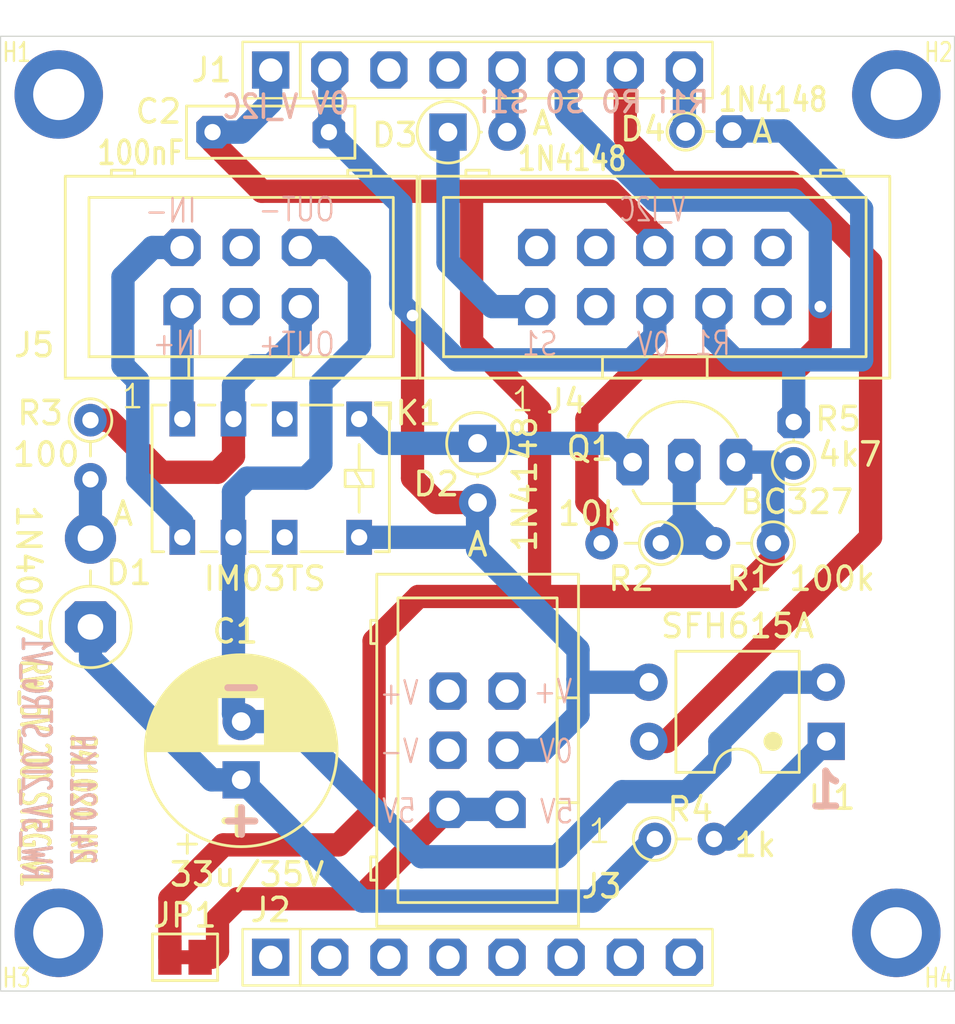
<source format=kicad_pcb>
(kicad_pcb (version 20240108) (generator "pcbnew") (generator_version "8.0")
  (layers (0 "F.Cu" signal) (31 "B.Cu" signal) (34 "B.Paste" user) (35 "F.Paste" user) (36 "B.SilkS" user "B.Silkscreen") (37 "F.SilkS" user "F.Silkscreen") (38 "B.Mask" user) (39 "F.Mask" user) (44 "Edge.Cuts" user))
  (net 0 "")
  (net 1 "/OUT-")
  (net 2 "Net-(D1-A)")
  (net 3 "/REL+")
  (net 4 "/S1")
  (net 5 "/S1i")
  (net 6 "/R1")
  (net 7 "/0V")
  (net 8 "/R1i")
  (net 9 "/S0")
  (net 12 "/R0")
  (net 17 "/V_I2C")
  (net 20 "/5V")
  (net 30 "/OUT+")
  (net 33 "/IN+")
  (net 34 "/IN-")
  (net 36 "/Q1B")
  (net 37 "Net-(R4-Pad2)")
  (net 38 "Net-(D1-K)")
  (footprint "_kh_library:MountingHole_2.2mm_M2_Pad_TopBottom_kh" (layer "F.Cu") (at 70.07 26.45)
    (property "Reference" "H2" (at 1.812 -1.812 0) (layer "F.SilkS") (effects (font (size 0.8 0.6) (thickness 0.1) (bold yes))))
    (property "Value" "MountingHole" (hide yes))
    (pad "1" thru_hole circle (at 0 0) (size 2.6 2.6) (drill 2.2) (layers "*.Cu" "*.Mask"))
    (pad "1" connect circle (at 0 0) (size 3.8 3.8) (layers "F.Cu" "F.Mask"))
    (pad "1" connect circle (at 0 0) (size 3.8 3.8) (layers "B.Cu" "B.Mask"))
  )
  (footprint "Resistor_THT:R_Axial_DIN0204_L3.6mm_D1.6mm_P2.54mm_Vertical" (layer "F.Cu") (at 59.69 58.42)
    (property "Reference" "R4" (at 1.524 -1.27 0) (layer "F.SilkS"))
    (property "Value" "1k")
    (pad "1" thru_hole circle (at 0 0) (size 1.4 1.4) (drill 0.7) (layers "*.Cu" "*.Mask") (net 38 "Net-(D1-K)"))
    (pad "2" thru_hole oval (at 2.54 0) (size 1.4 1.4) (drill 0.7) (layers "*.Cu" "*.Mask") (net 37 "Net-(R4-Pad2)"))
  )
  (footprint "_kh_library:Box_02x03_P2.54mm_Vertical_kh" (layer "F.Cu") (at 39.37 35.56)
    (property "Reference" "J5" (at -6.35 1.651 0) (layer "F.SilkS"))
    (property "Value" "Box_02x03_P2.54_Vertical" (hide yes))
    (fp_text user "1" (at -2.667 4.445 0) (layer "F.SilkS") (effects (font (thickness 0.1)) (justify left bottom)))
    (pad "1" thru_hole roundrect (at 0 0) (size 1.6 1.6) (drill 1) (layers "*.Cu" "*.Mask") (roundrect_rratio 0) (chamfer_ratio 0.2) (chamfer top_left top_right bottom_right) (net 33 "/IN+"))
    (pad "2" thru_hole roundrect (at 0 -2.54) (size 1.6 1.6) (drill 1) (layers "*.Cu" "*.Mask") (roundrect_rratio 0) (chamfer_ratio 0.2) (chamfer top_left top_right bottom_left bottom_right) (net 34 "/IN-"))
    (pad "3" thru_hole roundrect (at 2.54 0) (size 1.6 1.6) (drill 1) (layers "*.Cu" "*.Mask") (roundrect_rratio 0) (chamfer_ratio 0.2) (chamfer top_left top_right bottom_left bottom_right))
    (pad "4" thru_hole roundrect (at 2.54 -2.54) (size 1.6 1.6) (drill 1) (layers "*.Cu" "*.Mask") (roundrect_rratio 0) (chamfer_ratio 0.2) (chamfer top_left top_right bottom_left bottom_right))
    (pad "5" thru_hole roundrect (at 5.08 0) (size 1.6 1.6) (drill 1) (layers "*.Cu" "*.Mask") (roundrect_rratio 0) (chamfer_ratio 0.2) (chamfer top_left top_right bottom_left bottom_right) (net 30 "/OUT+"))
    (pad "6" thru_hole roundrect (at 5.08 -2.54) (size 1.6 1.6) (drill 1) (layers "*.Cu" "*.Mask") (roundrect_rratio 0) (chamfer_ratio 0.2) (chamfer top_left top_right bottom_left bottom_right) (net 1 "/OUT-"))
  )
  (footprint "_kh_library:R_Axial_P1.778mm_Vertical_kh" (layer "F.Cu") (at 65.659 42.291 90)
    (property "Reference" "R5" (at 1.905 1.905 180) (layer "F.SilkS"))
    (property "Value" "4k7")
    (pad "1" thru_hole circle (at 0 0 90) (size 1.4 1.4) (drill 0.7) (layers "*.Cu" "*.Mask") (net 17 "/V_I2C"))
    (pad "2" thru_hole roundrect (at 1.778 0 90) (size 1.4 1.4) (drill 0.7) (layers "*.Cu" "*.Mask") (roundrect_rratio 0) (chamfer_ratio 0.2) (chamfer top_left top_right bottom_left bottom_right) (net 6 "/R1"))
  )
  (footprint "Resistor_THT:R_Axial_DIN0204_L3.6mm_D1.6mm_P2.54mm_Vertical" (layer "F.Cu") (at 59.944 45.72 180)
    (property "Reference" "R2" (at 1.27 -1.524 0) (layer "F.SilkS"))
    (property "Value" "10k")
    (pad "1" thru_hole circle (at 0 0 180) (size 1.4 1.4) (drill 0.7) (layers "*.Cu" "*.Mask") (net 36 "/Q1B"))
    (pad "2" thru_hole oval (at 2.54 0 180) (size 1.4 1.4) (drill 0.7) (layers "*.Cu" "*.Mask") (net 9 "/S0"))
  )
  (footprint "_kh_library:D_DO-41_SOD81_P3.81mm_Vertical_AnodeUp_kh" (layer "F.Cu") (at 35.433 49.312182 90)
    (property "Reference" "D1" (at 2.322182 1.651 180) (layer "F.SilkS"))
    (property "Value" "1N4007")
    (fp_text user "A" (at 4.862182 1.397 180) (layer "F.SilkS"))
    (pad "1" thru_hole roundrect (at 0 0 90) (size 2.2 2.2) (drill 1.1) (layers "*.Cu" "*.Mask") (roundrect_rratio 0) (chamfer_ratio 0.2) (chamfer top_left top_right bottom_left bottom_right) (net 38 "Net-(D1-K)"))
    (pad "2" thru_hole oval (at 3.81 0 90) (size 2.2 2.2) (drill 1.1) (layers "*.Cu" "*.Mask") (net 2 "Net-(D1-A)"))
  )
  (footprint "Diode_THT:D_DO-35_SOD27_P2.54mm_Vertical_AnodeUp" (layer "F.Cu") (at 52.07 41.430686 -90)
    (property "Reference" "D2" (at 1.749314 1.778 180) (layer "F.SilkS"))
    (property "Value" "1N4148")
    (fp_text user "A" (at 4.34 0 180) (layer "F.SilkS"))
    (pad "1" thru_hole rect (at 0 0 270) (size 1.6 1.6) (drill 0.8) (layers "*.Cu" "*.Mask") (net 3 "/REL+"))
    (pad "2" thru_hole oval (at 2.54 0 270) (size 1.6 1.6) (drill 0.8) (layers "*.Cu" "*.Mask") (net 7 "/0V"))
  )
  (footprint "Resistor_THT:R_Axial_DIN0204_L3.6mm_D1.6mm_P2.54mm_Vertical" (layer "F.Cu") (at 35.433 40.436 -90)
    (property "Reference" "R3" (at -0.304 2.159 180) (layer "F.SilkS"))
    (property "Value" "100")
    (pad "1" thru_hole circle (at 0 0 270) (size 1.4 1.4) (drill 0.7) (layers "*.Cu" "*.Mask") (net 30 "/OUT+"))
    (pad "2" thru_hole oval (at 2.54 0 270) (size 1.4 1.4) (drill 0.7) (layers "*.Cu" "*.Mask") (net 2 "Net-(D1-A)"))
  )
  (footprint "Diode_THT:D_DO-35_SOD27_P2.54mm_Vertical_AnodeUp" (layer "F.Cu") (at 50.8 28.067)
    (property "Reference" "D3" (at -2.286 0.127 0) (layer "F.SilkS"))
    (property "Value" "1N4148")
    (fp_text user "A" (at 4.064 -0.381 0) (layer "F.SilkS"))
    (pad "1" thru_hole rect (at 0 0) (size 1.6 1.6) (drill 0.8) (layers "*.Cu" "*.Mask") (net 4 "/S1"))
    (pad "2" thru_hole oval (at 2.54 0) (size 1.6 1.6) (drill 0.8) (layers "*.Cu" "*.Mask") (net 5 "/S1i"))
  )
  (footprint "_kh_library:C_Rect_L7.0mm_W2.0mm_P5.00mm_kh" (layer "F.Cu") (at 45.68 28.067 180)
    (property "Reference" "C2" (at 7.326 0.889 0) (layer "F.SilkS"))
    (property "Value" "100nF")
    (pad "1" thru_hole roundrect (at 0 0 180) (size 1.4 1.4) (drill 0.7) (layers "*.Cu" "*.Mask") (roundrect_rratio 0) (chamfer_ratio 0.2) (chamfer top_left top_right bottom_left bottom_right) (net 7 "/0V"))
    (pad "2" thru_hole roundrect (at 5 0 180) (size 1.4 1.4) (drill 0.7) (layers "*.Cu" "*.Mask") (roundrect_rratio 0) (chamfer_ratio 0.2) (chamfer top_left top_right bottom_left bottom_right) (net 17 "/V_I2C"))
  )
  (footprint "Jumper:SolderJumper-2_P1.3mm_Bridged_Pad1.0x1.5mm" (layer "F.Cu") (at 39.497 63.5)
    (property "Reference" "JP1" (at 0 -1.8 0) (layer "F.SilkS"))
    (property "Value" "Jumper_2_Bridged" (hide yes))
    (fp_poly (pts (xy -0.25 -0.3) (xy 0.25 -0.3) (xy 0.25 0.3) (xy -0.25 0.3)) (fill solid) (layer "F.Cu"))
    (pad "1" smd rect (at -0.65 0) (size 1 1.5) (layers "F.Cu" "F.Mask") (net 17 "/V_I2C"))
    (pad "2" smd rect (at 0.65 0) (size 1 1.5) (layers "F.Cu" "F.Mask") (net 20 "/5V"))
  )
  (footprint "_kh_library:MountingHole_2.2mm_M2_Pad_TopBottom_kh" (layer "F.Cu") (at 34.07 26.45)
    (property "Reference" "H1" (at -1.812 -1.812 0) (layer "F.SilkS") (effects (font (size 0.8 0.6) (thickness 0.1) (bold yes))))
    (property "Value" "MountingHole" (hide yes))
    (pad "1" thru_hole circle (at 0 0) (size 2.6 2.6) (drill 2.2) (layers "*.Cu" "*.Mask"))
    (pad "1" connect circle (at 0 0) (size 3.8 3.8) (layers "F.Cu" "F.Mask"))
    (pad "1" connect circle (at 0 0) (size 3.8 3.8) (layers "B.Cu" "B.Mask"))
  )
  (footprint "_kh_library:PinSocket_1x08_P2.54mm_Vertical_kh" (layer "F.Cu") (at 43.18 25.4 90)
    (property "Reference" "J1" (at 0 -2.54 180) (layer "F.SilkS"))
    (property "Value" "Conn_01x08_Pin")
    (pad "1" thru_hole rect (at 0 0 90) (size 1.6 1.6) (drill 1) (layers "*.Cu" "*.Mask") (net 17 "/V_I2C"))
    (pad "2" thru_hole roundrect (at 0 2.54 90) (size 1.6 1.6) (drill 1) (layers "*.Cu" "*.Mask") (roundrect_rratio 0) (chamfer_ratio 0.2) (chamfer top_left top_right bottom_left bottom_right) (net 7 "/0V"))
    (pad "3" thru_hole roundrect (at 0 5.08 90) (size 1.6 1.6) (drill 1) (layers "*.Cu" "*.Mask") (roundrect_rratio 0) (chamfer_ratio 0.2) (chamfer top_left top_right bottom_left bottom_right))
    (pad "4" thru_hole roundrect (at 0 7.62 90) (size 1.6 1.6) (drill 1) (layers "*.Cu" "*.Mask") (roundrect_rratio 0) (chamfer_ratio 0.2) (chamfer top_left top_right bottom_left bottom_right))
    (pad "5" thru_hole roundrect (at 0 10.16 90) (size 1.6 1.6) (drill 1) (layers "*.Cu" "*.Mask") (roundrect_rratio 0) (chamfer_ratio 0.2) (chamfer top_left top_right bottom_left bottom_right) (net 5 "/S1i"))
    (pad "6" thru_hole roundrect (at 0 12.7 90) (size 1.6 1.6) (drill 1) (layers "*.Cu" "*.Mask") (roundrect_rratio 0) (chamfer_ratio 0.2) (chamfer top_left top_right bottom_left bottom_right) (net 9 "/S0"))
    (pad "7" thru_hole roundrect (at 0 15.24 90) (size 1.6 1.6) (drill 1) (layers "*.Cu" "*.Mask") (roundrect_rratio 0) (chamfer_ratio 0.2) (chamfer top_left top_right bottom_left bottom_right) (net 12 "/R0"))
    (pad "8" thru_hole roundrect (at 0 17.78 90) (size 1.6 1.6) (drill 1) (layers "*.Cu" "*.Mask") (roundrect_rratio 0) (chamfer_ratio 0.2) (chamfer top_left top_right bottom_left bottom_right) (net 8 "/R1i"))
  )
  (footprint "_kh_library:MountingHole_2.2mm_M2_Pad_TopBottom_kh" (layer "F.Cu") (at 34.07 62.45)
    (property "Reference" "H3" (at -1.812 1.939 0) (layer "F.SilkS") (effects (font (size 0.8 0.6) (thickness 0.1) (bold yes))))
    (property "Value" "MountingHole" (hide yes))
    (pad "1" thru_hole circle (at 0 0) (size 2.6 2.6) (drill 2.2) (layers "*.Cu" "*.Mask"))
    (pad "1" connect circle (at 0 0) (size 3.8 3.8) (layers "F.Cu" "F.Mask"))
    (pad "1" connect circle (at 0 0) (size 3.8 3.8) (layers "B.Cu" "B.Mask"))
  )
  (footprint "_kh_library:TO-92_Inline_Wide_2.2225" (layer "F.Cu") (at 58.7345 42.2385)
    (property "Reference" "Q1" (at -1.8385 -0.5825 0) (layer "F.SilkS"))
    (property "Value" "BC327")
    (pad "1" thru_hole roundrect (at 0 0) (size 1.4 2) (drill 0.8) (layers "*.Cu" "*.Mask") (roundrect_rratio 0) (chamfer_ratio 0.2) (chamfer top_left top_right bottom_left bottom_right) (net 3 "/REL+"))
    (pad "2" thru_hole roundrect (at 2.2225 0) (size 1.4 2) (drill 0.8) (layers "*.Cu" "*.Mask") (roundrect_rratio 0) (chamfer_ratio 0.2) (chamfer top_left top_right bottom_left bottom_right) (net 36 "/Q1B"))
    (pad "3" thru_hole roundrect (at 4.445 0) (size 1.4 2) (drill 0.8) (layers "*.Cu" "*.Mask") (roundrect_rratio 0) (chamfer_ratio 0.2) (chamfer top_left top_right bottom_left bottom_right) (net 17 "/V_I2C"))
  )
  (footprint "Package_DIP:DIP-4_W7.62mm" (layer "F.Cu") (at 67.056 54.229 180)
    (property "Reference" "U1" (at -0.254 -2.413 0) (layer "F.SilkS"))
    (property "Value" "SFH615A")
    (pad "1" thru_hole rect (at 0 0 180) (size 1.6 1.6) (drill 0.8) (layers "*.Cu" "*.Mask") (net 37 "Net-(R4-Pad2)"))
    (pad "2" thru_hole oval (at 0 2.54 180) (size 1.6 1.6) (drill 0.8) (layers "*.Cu" "*.Mask") (net 1 "/OUT-"))
    (pad "3" thru_hole oval (at 7.62 2.54 180) (size 1.6 1.6) (drill 0.8) (layers "*.Cu" "*.Mask") (net 7 "/0V"))
    (pad "4" thru_hole oval (at 7.62 0 180) (size 1.6 1.6) (drill 0.8) (layers "*.Cu" "*.Mask") (net 12 "/R0"))
  )
  (footprint "_kh_library:Box_02x03_P2.54mm_Vertical_kh" (layer "F.Cu") (at 53.34 57.15 90)
    (property "Reference" "J3" (at -3.302 4.064 180) (layer "F.SilkS"))
    (property "Value" "Box_02x03_P2.54_Vertical" (hide yes))
    (fp_text user "1" (at -1.524 3.429 0) (layer "F.SilkS") (effects (font (thickness 0.1)) (justify left bottom)))
    (pad "1" thru_hole roundrect (at 0 0 90) (size 1.6 1.6) (drill 1) (layers "*.Cu" "*.Mask") (roundrect_rratio 0) (chamfer_ratio 0.2) (chamfer top_left top_right bottom_right) (net 20 "/5V"))
    (pad "2" thru_hole roundrect (at 0 -2.54 90) (size 1.6 1.6) (drill 1) (layers "*.Cu" "*.Mask") (roundrect_rratio 0) (chamfer_ratio 0.2) (chamfer top_left top_right bottom_left bottom_right) (net 20 "/5V"))
    (pad "3" thru_hole roundrect (at 2.54 0 90) (size 1.6 1.6) (drill 1) (layers "*.Cu" "*.Mask") (roundrect_rratio 0) (chamfer_ratio 0.2) (chamfer top_left top_right bottom_left bottom_right) (net 7 "/0V"))
    (pad "4" thru_hole roundrect (at 2.54 -2.54 90) (size 1.6 1.6) (drill 1) (layers "*.Cu" "*.Mask") (roundrect_rratio 0) (chamfer_ratio 0.2) (chamfer top_left top_right bottom_left bottom_right))
    (pad "5" thru_hole roundrect (at 5.08 0 90) (size 1.6 1.6) (drill 1) (layers "*.Cu" "*.Mask") (roundrect_rratio 0) (chamfer_ratio 0.2) (chamfer top_left top_right bottom_left bottom_right))
    (pad "6" thru_hole roundrect (at 5.08 -2.54 90) (size 1.6 1.6) (drill 1) (layers "*.Cu" "*.Mask") (roundrect_rratio 0) (chamfer_ratio 0.2) (chamfer top_left top_right bottom_left bottom_right))
  )
  (footprint "Resistor_THT:R_Axial_DIN0204_L3.6mm_D1.6mm_P2.54mm_Vertical" (layer "F.Cu") (at 64.77 45.72 180)
    (property "Reference" "R1" (at 1.016 -1.524 0) (layer "F.SilkS"))
    (property "Value" "100k")
    (pad "1" thru_hole circle (at 0 0 180) (size 1.4 1.4) (drill 0.7) (layers "*.Cu" "*.Mask") (net 17 "/V_I2C"))
    (pad "2" thru_hole oval (at 2.54 0 180) (size 1.4 1.4) (drill 0.7) (layers "*.Cu" "*.Mask") (net 36 "/Q1B"))
  )
  (footprint "_kh_library:D_DO-35_P2.0mm_Vertical_AnodeUp_kh" (layer "F.Cu") (at 61.0108 28.0416)
    (property "Reference" "D4" (at -1.8288 -0.1016 0) (layer "F.SilkS"))
    (property "Value" "1N4148" (hide yes))
    (fp_text user "A" (at 3.302 0 0) (layer "F.SilkS"))
    (pad "1" thru_hole circle (at 0 0) (size 1.4 1.4) (drill 0.8) (layers "*.Cu" "*.Mask") (net 8 "/R1i"))
    (pad "2" thru_hole roundrect (at 2 0) (size 1.4 1.4) (drill 0.8) (layers "*.Cu" "*.Mask") (roundrect_rratio 0) (chamfer_ratio 0.2) (chamfer top_left top_right bottom_left bottom_right) (net 6 "/R1"))
  )
  (footprint "_kh_library:MountingHole_2.2mm_M2_Pad_TopBottom_kh" (layer "F.Cu") (at 70.07 62.45)
    (property "Reference" "H4" (at 1.812 1.939 0) (layer "F.SilkS") (effects (font (size 0.8 0.6) (thickness 0.1) (bold yes))))
    (property "Value" "MountingHole" (hide yes))
    (pad "1" thru_hole circle (at 0 0) (size 2.6 2.6) (drill 2.2) (layers "*.Cu" "*.Mask"))
    (pad "1" connect circle (at 0 0) (size 3.8 3.8) (layers "F.Cu" "F.Mask"))
    (pad "1" connect circle (at 0 0) (size 3.8 3.8) (layers "B.Cu" "B.Mask"))
  )
  (footprint "Capacitor_THT:CP_Radial_D8.0mm_P2.50mm" (layer "F.Cu") (at 41.91 55.88 90)
    (property "Reference" "C1" (at 6.3754 -0.254 180) (layer "F.SilkS"))
    (property "Value" "33u/35V")
    (pad "1" thru_hole rect (at 0 0 90) (size 1.6 1.6) (drill 0.8) (layers "*.Cu" "*.Mask") (net 38 "Net-(D1-K)"))
    (pad "2" thru_hole circle (at 2.5 0 90) (size 1.6 1.6) (drill 0.8) (layers "*.Cu" "*.Mask") (net 1 "/OUT-"))
  )
  (footprint "_kh_library:PinSocket_1x08_P2.54mm_Vertical_kh" (layer "F.Cu") (at 43.18 63.5 90)
    (property "Reference" "J2" (at 2.032 0 180) (layer "F.SilkS"))
    (property "Value" "Conn_01x08_Pin")
    (pad "1" thru_hole rect (at 0 0 90) (size 1.6 1.6) (drill 1) (layers "*.Cu" "*.Mask"))
    (pad "2" thru_hole roundrect (at 0 2.54 90) (size 1.6 1.6) (drill 1) (layers "*.Cu" "*.Mask") (roundrect_rratio 0) (chamfer_ratio 0.2) (chamfer top_left top_right bottom_left bottom_right))
    (pad "3" thru_hole roundrect (at 0 5.08 90) (size 1.6 1.6) (drill 1) (layers "*.Cu" "*.Mask") (roundrect_rratio 0) (chamfer_ratio 0.2) (chamfer top_left top_right bottom_left bottom_right))
    (pad "4" thru_hole roundrect (at 0 7.62 90) (size 1.6 1.6) (drill 1) (layers "*.Cu" "*.Mask") (roundrect_rratio 0) (chamfer_ratio 0.2) (chamfer top_left top_right bottom_left bottom_right))
    (pad "5" thru_hole roundrect (at 0 10.16 90) (size 1.6 1.6) (drill 1) (layers "*.Cu" "*.Mask") (roundrect_rratio 0) (chamfer_ratio 0.2) (chamfer top_left top_right bottom_left bottom_right))
    (pad "6" thru_hole roundrect (at 0 12.7 90) (size 1.6 1.6) (drill 1) (layers "*.Cu" "*.Mask") (roundrect_rratio 0) (chamfer_ratio 0.2) (chamfer top_left top_right bottom_left bottom_right))
    (pad "7" thru_hole roundrect (at 0 15.24 90) (size 1.6 1.6) (drill 1) (layers "*.Cu" "*.Mask") (roundrect_rratio 0) (chamfer_ratio 0.2) (chamfer top_left top_right bottom_left bottom_right))
    (pad "8" thru_hole roundrect (at 0 17.78 90) (size 1.6 1.6) (drill 1) (layers "*.Cu" "*.Mask") (roundrect_rratio 0) (chamfer_ratio 0.2) (chamfer top_left top_right bottom_left bottom_right))
  )
  (footprint "_kh_library:Box_02x05_P2.54mm_Vertical_kh" (layer "F.Cu") (at 54.61 35.56)
    (property "Reference" "J4" (at 1.27 4.064 0) (layer "F.SilkS"))
    (property "Value" "Box_02x05_P2.54_Vertical" (hide yes))
    (fp_text user "1" (at -1.143 4.572 0) (layer "F.SilkS") (effects (font (thickness 0.1)) (justify left bottom)))
    (pad "1" thru_hole roundrect (at 0 0) (size 1.6 1.6) (drill 1) (layers "*.Cu" "*.Mask") (roundrect_rratio 0) (chamfer_ratio 0.2) (chamfer top_left top_right bottom_right) (net 4 "/S1"))
    (pad "2" thru_hole roundrect (at 0 -2.54) (size 1.6 1.6) (drill 1) (layers "*.Cu" "*.Mask") (roundrect_rratio 0) (chamfer_ratio 0.2) (chamfer top_left top_right bottom_left bottom_right))
    (pad "3" thru_hole roundrect (at 2.54 0) (size 1.6 1.6) (drill 1) (layers "*.Cu" "*.Mask") (roundrect_rratio 0) (chamfer_ratio 0.2) (chamfer top_left top_right bottom_left bottom_right))
    (pad "4" thru_hole roundrect (at 2.54 -2.54) (size 1.6 1.6) (drill 1) (layers "*.Cu" "*.Mask") (roundrect_rratio 0) (chamfer_ratio 0.2) (chamfer top_left top_right bottom_left bottom_right))
    (pad "5" thru_hole roundrect (at 5.08 0) (size 1.6 1.6) (drill 1) (layers "*.Cu" "*.Mask") (roundrect_rratio 0) (chamfer_ratio 0.2) (chamfer top_left top_right bottom_left bottom_right) (net 7 "/0V"))
    (pad "6" thru_hole roundrect (at 5.08 -2.54) (size 1.6 1.6) (drill 1) (layers "*.Cu" "*.Mask") (roundrect_rratio 0) (chamfer_ratio 0.2) (chamfer top_left top_right bottom_left bottom_right) (net 17 "/V_I2C"))
    (pad "7" thru_hole roundrect (at 7.62 0) (size 1.6 1.6) (drill 1) (layers "*.Cu" "*.Mask") (roundrect_rratio 0) (chamfer_ratio 0.2) (chamfer top_left top_right bottom_left bottom_right) (net 6 "/R1"))
    (pad "8" thru_hole roundrect (at 7.62 -2.54) (size 1.6 1.6) (drill 1) (layers "*.Cu" "*.Mask") (roundrect_rratio 0) (chamfer_ratio 0.2) (chamfer top_left top_right bottom_left bottom_right))
    (pad "9" thru_hole roundrect (at 10.16 0) (size 1.6 1.6) (drill 1) (layers "*.Cu" "*.Mask") (roundrect_rratio 0) (chamfer_ratio 0.2) (chamfer top_left top_right bottom_left bottom_right))
    (pad "10" thru_hole roundrect (at 10.16 -2.54) (size 1.6 1.6) (drill 1) (layers "*.Cu" "*.Mask") (roundrect_rratio 0) (chamfer_ratio 0.2) (chamfer top_left top_right bottom_left bottom_right))
  )
  (footprint "_kh_library:Relay_DPDT_AXICOM_IMSeries_Pitch5.08mm_rect_Pins" (layer "F.Cu") (at 46.98 40.386 -90)
    (property "Reference" "K1" (at -0.254 -2.55 180) (layer "F.SilkS"))
    (property "Value" "IM03TS")
    (pad "1" thru_hole rect (at 0 0 270) (size 1.5 1.1) (drill 0.7) (layers "*.Cu" "*.Mask") (net 3 "/REL+"))
    (pad "2" thru_hole rect (at 0 3.2 270) (size 1.5 1.1) (drill 0.7) (layers "*.Cu" "*.Mask"))
    (pad "3" thru_hole rect (at 0 5.4 270) (size 1.5 1.1) (drill 0.7) (layers "*.Cu" "*.Mask") (net 30 "/OUT+"))
    (pad "4" thru_hole rect (at 0 7.6 270) (size 1.5 1.1) (drill 0.7) (layers "*.Cu" "*.Mask") (net 33 "/IN+"))
    (pad "5" thru_hole rect (at 5.08 7.6 270) (size 1.5 1.1) (drill 0.7) (layers "*.Cu" "*.Mask") (net 34 "/IN-"))
    (pad "6" thru_hole rect (at 5.08 5.4 270) (size 1.5 1.1) (drill 0.7) (layers "*.Cu" "*.Mask") (net 1 "/OUT-"))
    (pad "7" thru_hole rect (at 5.08 3.2 270) (size 1.5 1.1) (drill 0.7) (layers "*.Cu" "*.Mask"))
    (pad "8" thru_hole rect (at 5.08 0 270) (size 1.5 1.1) (drill 0.7) (layers "*.Cu" "*.Mask") (net 7 "/0V"))
  )
  (gr_circle (center 64.77 54.229) (end 65.024 54.483) (stroke (width 0.1)) (fill solid) (layer "F.SilkS"))
  (gr_rect (start 31.57 23.95) (end 72.57 64.95) (stroke (width 0.05)) (fill none) (layer "Edge.Cuts"))
  (gr_text "241021 KH" (at 34.544 53.848 -90) (layer "F.Cu") (effects (font (size 1 0.65)) (justify left bottom)))
  (gr_text "RW_5V_2IO_STRG_V1" (at 32.3342 50.6222 270) (layer "F.Cu") (effects (font (size 1.2 0.65)) (justify left bottom)))
  (gr_text "RW_5V_2IO_STRG_V1" (at 32.4 60.3 270) (layer "B.Cu") (effects (font (size 1.2 0.7)) (justify left bottom mirror)))
  (gr_text "241021 KH" (at 34.5 59.6 270) (layer "B.Cu") (effects (font (size 1 0.65)) (justify left bottom mirror)))
  (gr_text "R1" (at 63.0174 37.719 0) (layer "B.SilkS") (effects (font (size 1 0.8) (thickness 0.1)) (justify left bottom mirror)))
  (gr_text "+" (at 43.053 58.42 0) (layer "B.SilkS") (effects (font (size 1.5 1.5) (thickness 0.3) (bold yes)) (justify left bottom mirror)))
  (gr_text "V_I2C" (at 44.45 27.559 0) (layer "B.SilkS") (effects (font (size 1 0.8)) (justify left bottom mirror)))
  (gr_text "OUT-" (at 45.9994 31.9786 0) (layer "B.SilkS") (effects (font (size 1 0.8) (thickness 0.1)) (justify left bottom mirror)))
  (gr_text "V+" (at 49.6062 52.7304 0) (layer "B.SilkS") (effects (font (size 1 0.8) (thickness 0.1)) (justify left bottom mirror)))
  (gr_text "IN-" (at 40.0558 32.0294 0) (layer "B.SilkS") (effects (font (size 1 0.8) (thickness 0.1)) (justify left bottom mirror)))
  (gr_text "1" (at 67.945 57.2008 0) (layer "B.SilkS") (effects (font (size 1.5 1.5) (thickness 0.3) (bold yes)) (justify left bottom mirror)))
  (gr_text "R1i R0 S0 S1i" (at 62.103 27.305 0) (layer "B.SilkS") (effects (font (size 0.9 0.9)) (justify left bottom mirror)))
  (gr_text "241021 KH" (at 34.5 59.6 -90) (layer "B.SilkS") (effects (font (size 1 0.65)) (justify left bottom mirror)))
  (gr_text "0V" (at 56.2356 55.245 0) (layer "B.SilkS") (effects (font (size 1 0.8) (thickness 0.1)) (justify left bottom mirror)))
  (gr_text "IN+" (at 40.386 37.719 0) (layer "B.SilkS") (effects (font (size 1 0.8) (thickness 0.1)) (justify left bottom mirror)))
  (gr_text "V+" (at 56.2102 52.6754 0) (layer "B.SilkS") (effects (font (size 1 0.8) (thickness 0.1)) (justify left bottom mirror)))
  (gr_text "S1" (at 55.5752 37.7444 0) (layer "B.SilkS") (effects (font (size 1 0.8) (thickness 0.1)) (justify left bottom mirror)))
  (gr_text "5V" (at 49.4792 57.8062 0) (layer "B.SilkS") (effects (font (size 1 0.8) (thickness 0.1)) (justify left bottom mirror)))
  (gr_text "0V" (at 60.4266 37.7698 0) (layer "B.SilkS") (effects (font (size 1 0.8) (thickness 0.1)) (justify left bottom mirror)))
  (gr_text "5V" (at 56.261 57.8316 0) (layer "B.SilkS") (effects (font (size 1 0.8) (thickness 0.1)) (justify left bottom mirror)))
  (gr_text "RW_5V_2IO_STRG_V1" (at 32.4 60.3 270) (layer "B.SilkS") (effects (font (size 1.2 0.7)) (justify left bottom mirror)))
  (gr_text "V_I2C" (at 61.0616 31.9786 0) (layer "B.SilkS") (effects (font (size 1 0.7) (thickness 0.1)) (justify left bottom mirror)))
  (gr_text "OUT+" (at 45.9994 37.7698 0) (layer "B.SilkS") (effects (font (size 1 0.8) (thickness 0.1)) (justify left bottom mirror)))
  (gr_text "0V" (at 46.6598 27.3558 0) (layer "B.SilkS") (effects (font (size 0.9 0.9)) (justify left bottom mirror)))
  (gr_text "-" (at 41.91 51.816 0) (layer "B.SilkS") (effects (font (size 1.5 1.5) (thickness 0.3) (bold yes)) (justify mirror)))
  (gr_text "V-" (at 49.6062 55.2408 0) (layer "B.SilkS") (effects (font (size 1 0.8) (thickness 0.1)) (justify left bottom mirror)))
  (gr_text "IM03TS" (at 42.926 47.244 0) (layer "F.SilkS") (effects (font (size 1 1))))
  (gr_text "SFH615A" (at 63.246 49.276 0) (layer "F.SilkS") (effects (font (size 1 1))))
  (gr_text "1N4007" (at 32.766 46.99 -90) (layer "F.SilkS") (effects (font (size 1 1))))
  (gr_text "+" (at 41.783 57.531 0) (layer "F.SilkS") (effects (font (size 1.5 1.5) (thickness 0.3) (bold yes))))
  (gr_text "33u/35V" (at 42.164 59.944 0) (layer "F.SilkS") (effects (font (size 1 1))))
  (gr_text "4k7" (at 68.072 41.91 0) (layer "F.SilkS") (effects (font (size 1 1))))
  (gr_text "BC327" (at 65.786 43.942 0) (layer "F.SilkS") (effects (font (size 1 1))))
  (gr_text "100" (at 33.528 41.91 0) (layer "F.SilkS") (effects (font (size 1 1))))
  (gr_text "1N4148" (at 64.77 26.67 0) (layer "F.SilkS") (effects (font (size 1 0.8))))
  (gr_text "RW_5V_2IO_STRG_V1" (at 32.3342 50.6222 270) (layer "F.SilkS") (effects (font (size 1.2 0.65)) (justify left bottom)))
  (gr_text "100k" (at 67.31 47.244 0) (layer "F.SilkS") (effects (font (size 1 1))))
  (gr_text "1N4148" (at 56.134 29.21 0) (layer "F.SilkS") (effects (font (size 1 0.8))))
  (gr_text "100nF" (at 37.592 28.956 0) (layer "F.SilkS") (effects (font (size 1 0.8))))
  (gr_text "241021 KH" (at 34.544 53.848 -90) (layer "F.SilkS") (effects (font (size 1 0.65)) (justify left bottom)))
  (gr_text "1N4148" (at 54.102 43.18 90) (layer "F.SilkS") (effects (font (size 1 1))))
  (gr_text "10k" (at 56.896 44.45 0) (layer "F.SilkS") (effects (font (size 1 1))))
  (gr_text "1k" (at 64.008 58.674 0) (layer "F.SilkS") (effects (font (size 1 1))))
  (segment (start 45.72 33.02) (end 46.99 34.29) (width 1) (layer "B.Cu") (net 1))
  (segment (start 44.45 33.02) (end 45.72 33.02) (width 1) (layer "B.Cu") (net 1))
  (segment (start 46.99 37.211) (end 45.339 38.862) (width 1) (layer "B.Cu") (net 1))
  (segment (start 45.339 42.291) (end 44.704 42.926) (width 1) (layer "B.Cu") (net 1))
  (segment (start 65.024 51.689) (end 62.484 54.229) (width 1) (layer "B.Cu") (net 1))
  (segment (start 62.484 54.991) (end 61.087 56.388) (width 1) (layer "B.Cu") (net 1))
  (segment (start 45.339 38.862) (end 45.339 42.291) (width 1) (layer "B.Cu") (net 1))
  (segment (start 44.704 42.926) (end 42.164 42.926) (width 1) (layer "B.Cu") (net 1))
  (segment (start 55.499 59.182) (end 49.657 59.182) (width 1) (layer "B.Cu") (net 1))
  (segment (start 41.58 45.466) (end 41.58 53.05) (width 1) (layer "B.Cu") (net 1))
  (segment (start 43.855 53.38) (end 41.91 53.38) (width 1) (layer "B.Cu") (net 1))
  (segment (start 67.056 51.689) (end 65.024 51.689) (width 1) (layer "B.Cu") (net 1))
  (segment (start 61.087 56.388) (end 58.293 56.388) (width 1) (layer "B.Cu") (net 1))
  (segment (start 42.164 42.926) (end 41.58 43.51) (width 1) (layer "B.Cu") (net 1))
  (segment (start 62.484 54.229) (end 62.484 54.991) (width 1) (layer "B.Cu") (net 1))
  (segment (start 58.293 56.388) (end 55.499 59.182) (width 1) (layer "B.Cu") (net 1))
  (segment (start 46.99 34.29) (end 46.99 37.211) (width 1) (layer "B.Cu") (net 1))
  (segment (start 49.657 59.182) (end 43.855 53.38) (width 1) (layer "B.Cu") (net 1))
  (segment (start 41.58 43.51) (end 41.58 45.466) (width 1) (layer "B.Cu") (net 1))
  (segment (start 41.58 53.05) (end 41.91 53.38) (width 1) (layer "B.Cu") (net 1))
  (segment (start 35.433 42.976) (end 35.433 45.502182) (width 1) (layer "B.Cu") (net 2))
  (segment (start 52.07 41.430686) (end 48.024686 41.430686) (width 1) (layer "B.Cu") (net 3))
  (segment (start 52.07 41.430686) (end 57.926686 41.430686) (width 1) (layer "B.Cu") (net 3))
  (segment (start 57.926686 41.430686) (end 58.7345 42.2385) (width 1) (layer "B.Cu") (net 3))
  (segment (start 48.024686 41.430686) (end 46.98 40.386) (width 1) (layer "B.Cu") (net 3))
  (segment (start 50.8 28.067) (end 50.8 33.655) (width 1) (layer "B.Cu") (net 4))
  (segment (start 50.8 33.655) (end 52.705 35.56) (width 1) (layer "B.Cu") (net 4))
  (segment (start 52.705 35.56) (end 54.61 35.56) (width 1) (layer "B.Cu") (net 4))
  (segment (start 53.34 28.067) (end 53.34 25.4) (width 1) (layer "B.Cu") (net 5))
  (segment (start 68.58 37.846) (end 65.786 37.846) (width 1) (layer "B.Cu") (net 6))
  (segment (start 63.0362 28.0162) (end 65.2272 28.0162) (width 1) (layer "B.Cu") (net 6))
  (segment (start 62.23 36.957) (end 63.119 37.846) (width 1) (layer "B.Cu") (net 6))
  (segment (start 65.659 37.973) (end 65.786 37.846) (width 1) (layer "B.Cu") (net 6))
  (segment (start 62.23 35.56) (end 62.23 36.957) (width 1) (layer "B.Cu") (net 6))
  (segment (start 65.659 40.513) (end 65.659 37.973) (width 1) (layer "B.Cu") (net 6))
  (segment (start 65.2272 28.0162) (end 68.58 31.369) (width 1) (layer "B.Cu") (net 6))
  (segment (start 68.58 31.369) (end 68.58 37.846) (width 1) (layer "B.Cu") (net 6))
  (segment (start 63.119 37.846) (end 65.786 37.846) (width 1) (layer "B.Cu") (net 6))
  (segment (start 49.276 42.926) (end 49.276 35.941) (width 1) (layer "F.Cu") (net 7))
  (segment (start 50.320686 43.970686) (end 49.276 42.926) (width 1) (layer "F.Cu") (net 7))
  (segment (start 52.07 43.970686) (end 50.320686 43.970686) (width 1) (layer "F.Cu") (net 7))
  (via (at 49.276 35.941) (size 1) (drill 0.5) (layers "F.Cu" "B.Cu") (net 7))
  (segment (start 52.07 45.974) (end 52.07 45.212) (width 1) (layer "B.Cu") (net 7))
  (segment (start 48.768 35.433) (end 48.768 31.155) (width 1) (layer "B.Cu") (net 7))
  (segment (start 58.674 37.846) (end 51.181 37.846) (width 1) (layer "B.Cu") (net 7))
  (segment (start 56.515 51.689) (end 56.388 51.562) (width 1) (layer "B.Cu") (net 7))
  (segment (start 52.07 45.212) (end 52.07 43.970686) (width 1) (layer "B.Cu") (net 7))
  (segment (start 53.34 54.61) (end 54.864 54.61) (width 1) (layer "B.Cu") (net 7))
  (segment (start 45.72 25.4) (end 45.72 28.027) (width 1) (layer "B.Cu") (net 7))
  (segment (start 56.388 50.292) (end 52.07 45.974) (width 1) (layer "B.Cu") (net 7))
  (segment (start 51.816 45.466) (end 52.07 45.212) (width 1) (layer "B.Cu") (net 7))
  (segment (start 48.768 31.155) (end 45.68 28.067) (width 1) (layer "B.Cu") (net 7))
  (segment (start 59.69 36.83) (end 58.674 37.846) (width 1) (layer "B.Cu") (net 7))
  (segment (start 56.388 53.086) (end 56.388 51.562) (width 1) (layer "B.Cu") (net 7))
  (segment (start 59.436 51.689) (end 56.515 51.689) (width 1) (layer "B.Cu") (net 7))
  (segment (start 54.864 54.61) (end 56.388 53.086) (width 1) (layer "B.Cu") (net 7))
  (segment (start 59.69 35.56) (end 59.69 36.83) (width 1) (layer "B.Cu") (net 7))
  (segment (start 46.98 45.466) (end 51.816 45.466) (width 1) (layer "B.Cu") (net 7))
  (segment (start 51.181 37.846) (end 48.768 35.433) (width 1) (layer "B.Cu") (net 7))
  (segment (start 56.388 51.562) (end 56.388 50.292) (width 1) (layer "B.Cu") (net 7))
  (segment (start 60.96 25.4) (end 60.96 27.94) (width 1) (layer "B.Cu") (net 8))
  (segment (start 65.913 38.1) (end 66.802 37.211) (width 1) (layer "F.Cu") (net 9))
  (segment (start 57.404 44.577) (end 56.769 43.942) (width 1) (layer "F.Cu") (net 9))
  (segment (start 56.769 40.386) (end 59.055 38.1) (width 1) (layer "F.Cu") (net 9))
  (segment (start 59.055 38.1) (end 65.913 38.1) (width 1) (layer "F.Cu") (net 9))
  (segment (start 56.769 43.942) (end 56.769 40.386) (width 1) (layer "F.Cu") (net 9))
  (segment (start 66.802 37.211) (end 66.802 35.56) (width 1) (layer "F.Cu") (net 9))
  (segment (start 57.404 45.72) (end 57.404 44.577) (width 1) (layer "F.Cu") (net 9))
  (via (at 66.802 35.56) (size 1) (drill 0.5) (layers "F.Cu" "B.Cu") (net 9))
  (segment (start 65.659 30.988) (end 66.802 32.131) (width 1) (layer "B.Cu") (net 9))
  (segment (start 66.802 32.131) (end 66.802 35.56) (width 1) (layer "B.Cu") (net 9))
  (segment (start 55.88 27.178) (end 59.69 30.988) (width 1) (layer "B.Cu") (net 9))
  (segment (start 55.88 25.4) (end 55.88 27.178) (width 1) (layer "B.Cu") (net 9))
  (segment (start 59.69 30.988) (end 65.659 30.988) (width 1) (layer "B.Cu") (net 9))
  (segment (start 58.42 28.321) (end 60.325 30.226) (width 1) (layer "F.Cu") (net 12))
  (segment (start 58.42 25.4) (end 58.42 28.321) (width 1) (layer "F.Cu") (net 12))
  (segment (start 60.198 54.229) (end 59.436 54.229) (width 1) (layer "F.Cu") (net 12))
  (segment (start 68.961 45.466) (end 60.198 54.229) (width 1) (layer "F.Cu") (net 12))
  (segment (start 68.961 33.655) (end 68.961 45.466) (width 1) (layer "F.Cu") (net 12))
  (segment (start 60.325 30.226) (end 65.532 30.226) (width 1) (layer "F.Cu") (net 12))
  (segment (start 65.532 30.226) (end 68.961 33.655) (width 1) (layer "F.Cu") (net 12))
  (segment (start 49.53 48.006) (end 63.119 48.006) (width 1) (layer "F.Cu") (net 17))
  (segment (start 40.68 28.067) (end 40.68 28.488) (width 1) (layer "F.Cu") (net 17))
  (segment (start 63.119 48.006) (end 64.77 46.355) (width 1) (layer "F.Cu") (net 17))
  (segment (start 38.847 60.975) (end 41.148 58.674) (width 1) (layer "F.Cu") (net 17))
  (segment (start 51.816 37.084) (end 54.737 40.005) (width 1) (layer "F.Cu") (net 17))
  (segment (start 46.101 58.674) (end 47.625 57.15) (width 1) (layer "F.Cu") (net 17))
  (segment (start 40.68 28.488) (end 42.799 30.607) (width 1) (layer "F.Cu") (net 17))
  (segment (start 41.148 58.674) (end 46.101 58.674) (width 1) (layer "F.Cu") (net 17))
  (segment (start 38.847 63.5) (end 38.847 60.975) (width 1) (layer "F.Cu") (net 17))
  (segment (start 47.625 57.15) (end 47.625 49.911) (width 1) (layer "F.Cu") (net 17))
  (segment (start 51.816 30.607) (end 51.816 37.084) (width 1) (layer "F.Cu") (net 17))
  (segment (start 57.785 30.607) (end 59.69 32.512) (width 1) (layer "F.Cu") (net 17))
  (segment (start 42.799 30.607) (end 57.785 30.607) (width 1) (layer "F.Cu") (net 17))
  (segment (start 64.77 46.355) (end 64.77 45.72) (width 1) (layer "F.Cu") (net 17))
  (segment (start 59.69 32.512) (end 59.69 33.02) (width 1) (layer "F.Cu") (net 17))
  (segment (start 54.737 40.005) (end 54.737 48.006) (width 1) (layer "F.Cu") (net 17))
  (segment (start 47.625 49.911) (end 49.53 48.006) (width 1) (layer "F.Cu") (net 17))
  (segment (start 43.18 25.4) (end 43.18 26.797) (width 1) (layer "B.Cu") (net 17))
  (segment (start 64.77 45.72) (end 64.77 42.2385) (width 1) (layer "B.Cu") (net 17))
  (segment (start 41.91 28.067) (end 40.68 28.067) (width 1) (layer "B.Cu") (net 17))
  (segment (start 63.1795 42.2385) (end 64.77 42.2385) (width 1) (layer "B.Cu") (net 17))
  (segment (start 43.18 26.797) (end 41.91 28.067) (width 1) (layer "B.Cu") (net 17))
  (segment (start 46.96 60.99) (end 50.8 57.15) (width 1) (layer "F.Cu") (net 20))
  (segment (start 41.753 60.99) (end 46.96 60.99) (width 1) (layer "F.Cu") (net 20))
  (segment (start 40.894 63.246) (end 40.894 61.849) (width 1) (layer "F.Cu") (net 20))
  (segment (start 40.64 63.5) (end 40.894 63.246) (width 1) (layer "F.Cu") (net 20))
  (segment (start 40.147 63.5) (end 40.64 63.5) (width 1) (layer "F.Cu") (net 20))
  (segment (start 40.894 61.849) (end 41.753 60.99) (width 1) (layer "F.Cu") (net 20))
  (segment (start 53.34 57.15) (end 50.8 57.15) (width 1) (layer "B.Cu") (net 20))
  (segment (start 40.894 42.672) (end 38.481 42.672) (width 1) (layer "F.Cu") (net 30))
  (segment (start 36.245 40.436) (end 35.433 40.436) (width 1) (layer "F.Cu") (net 30))
  (segment (start 41.58 40.386) (end 41.58 41.986) (width 1) (layer "F.Cu") (net 30))
  (segment (start 41.58 41.986) (end 40.894 42.672) (width 1) (layer "F.Cu") (net 30))
  (segment (start 38.481 42.672) (end 36.245 40.436) (width 1) (layer "F.Cu") (net 30))
  (segment (start 44.45 36.83) (end 44.45 35.56) (width 1) (layer "B.Cu") (net 30))
  (segment (start 43.18 38.1) (end 44.45 36.83) (width 1) (layer "B.Cu") (net 30))
  (segment (start 41.58 40.386) (end 41.58 38.938) (width 1) (layer "B.Cu") (net 30))
  (segment (start 41.58 38.938) (end 42.418 38.1) (width 1) (layer "B.Cu") (net 30))
  (segment (start 42.418 38.1) (end 43.18 38.1) (width 1) (layer "B.Cu") (net 30))
  (segment (start 39.37 35.56) (end 39.37 40.376) (width 1) (layer "B.Cu") (net 33))
  (segment (start 37.465 38.735) (end 37.465 42.926) (width 1) (layer "B.Cu") (net 34))
  (segment (start 39.37 33.02) (end 38.1 33.02) (width 1) (layer "B.Cu") (net 34))
  (segment (start 39.38 44.841) (end 39.38 45.466) (width 1) (layer "B.Cu") (net 34))
  (segment (start 36.83 34.29) (end 36.83 38.1) (width 1) (layer "B.Cu") (net 34))
  (segment (start 37.465 42.926) (end 39.38 44.841) (width 1) (layer "B.Cu") (net 34))
  (segment (start 36.83 38.1) (end 37.465 38.735) (width 1) (layer "B.Cu") (net 34))
  (segment (start 38.1 33.02) (end 36.83 34.29) (width 1) (layer "B.Cu") (net 34))
  (segment (start 62.23 45.72) (end 61.217 44.707) (width 1) (layer "B.Cu") (net 36))
  (segment (start 60.957 44.707) (end 59.944 45.72) (width 1) (layer "B.Cu") (net 36))
  (segment (start 61.217 44.707) (end 60.957 44.707) (width 1) (layer "B.Cu") (net 36))
  (segment (start 59.944 45.72) (end 62.23 45.72) (width 1) (layer "B.Cu") (net 36))
  (segment (start 60.957 42.2385) (end 60.957 44.707) (width 1) (layer "B.Cu") (net 36))
  (segment (start 62.23 58.42) (end 62.865 58.42) (width 1) (layer "B.Cu") (net 37))
  (segment (start 62.865 58.42) (end 67.056 54.229) (width 1) (layer "B.Cu") (net 37))
  (segment (start 40.64 55.88) (end 35.433 50.673) (width 1) (layer "B.Cu") (net 38))
  (segment (start 59.69 58.42) (end 57.023 61.087) (width 1) (layer "B.Cu") (net 38))
  (segment (start 47.117 61.087) (end 41.91 55.88) (width 1) (layer "B.Cu") (net 38))
  (segment (start 57.023 61.087) (end 47.117 61.087) (width 1) (layer "B.Cu") (net 38))
  (segment (start 35.433 50.673) (end 35.433 49.312182) (width 1) (layer "B.Cu") (net 38))
  (segment (start 41.91 55.88) (end 40.64 55.88) (width 1) (layer "B.Cu") (net 38))
)
</source>
